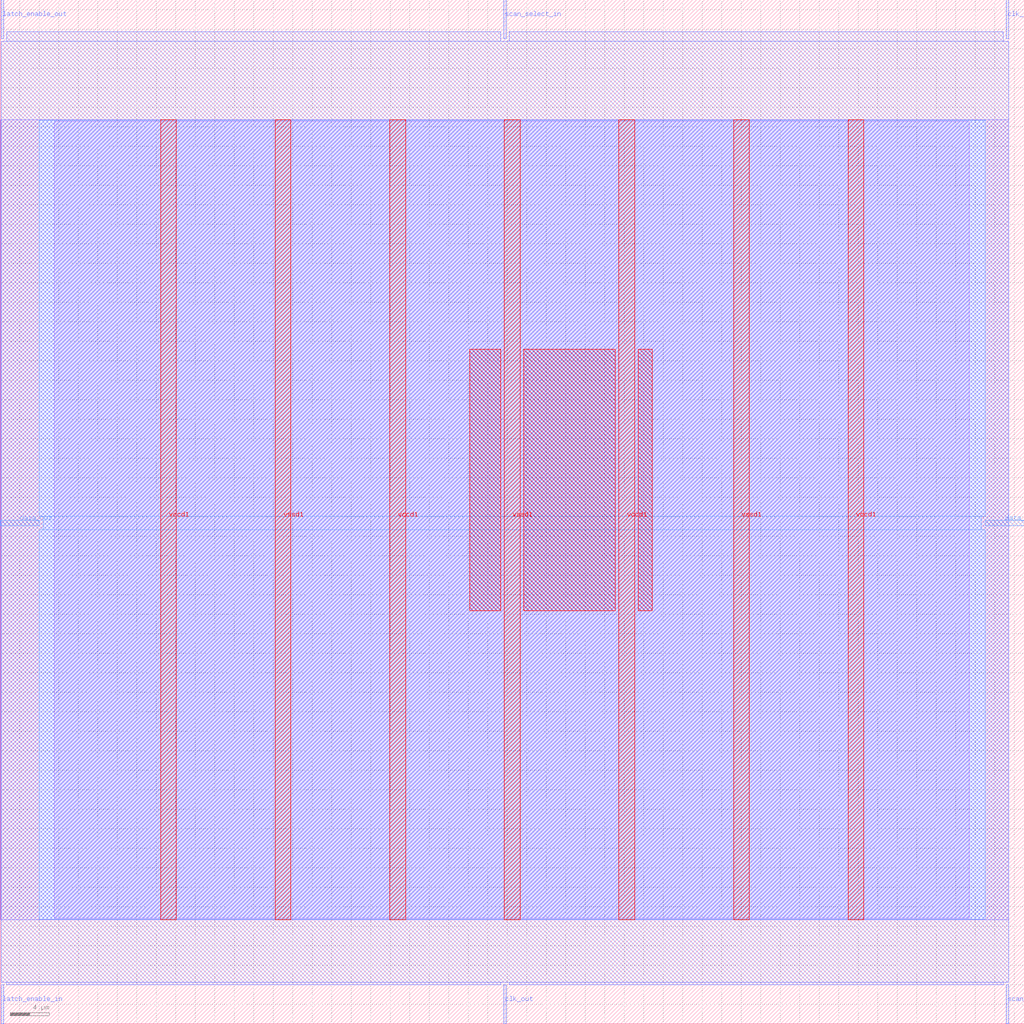
<source format=lef>
VERSION 5.7 ;
  NOWIREEXTENSIONATPIN ON ;
  DIVIDERCHAR "/" ;
  BUSBITCHARS "[]" ;
MACRO scan_wrapper_341259651269001812
  CLASS BLOCK ;
  FOREIGN scan_wrapper_341259651269001812 ;
  ORIGIN 0.000 0.000 ;
  SIZE 105.000 BY 105.000 ;
  PIN clk_in
    DIRECTION INPUT ;
    USE SIGNAL ;
    PORT
      LAYER met2 ;
        RECT 103.130 101.000 103.410 105.000 ;
    END
  END clk_in
  PIN clk_out
    DIRECTION OUTPUT TRISTATE ;
    USE SIGNAL ;
    PORT
      LAYER met2 ;
        RECT 51.610 0.000 51.890 4.000 ;
    END
  END clk_out
  PIN data_in
    DIRECTION INPUT ;
    USE SIGNAL ;
    PORT
      LAYER met3 ;
        RECT 101.000 51.040 105.000 51.640 ;
    END
  END data_in
  PIN data_out
    DIRECTION OUTPUT TRISTATE ;
    USE SIGNAL ;
    PORT
      LAYER met3 ;
        RECT 0.000 51.040 4.000 51.640 ;
    END
  END data_out
  PIN latch_enable_in
    DIRECTION INPUT ;
    USE SIGNAL ;
    PORT
      LAYER met2 ;
        RECT 0.090 0.000 0.370 4.000 ;
    END
  END latch_enable_in
  PIN latch_enable_out
    DIRECTION OUTPUT TRISTATE ;
    USE SIGNAL ;
    PORT
      LAYER met2 ;
        RECT 0.090 101.000 0.370 105.000 ;
    END
  END latch_enable_out
  PIN scan_select_in
    DIRECTION INPUT ;
    USE SIGNAL ;
    PORT
      LAYER met2 ;
        RECT 51.610 101.000 51.890 105.000 ;
    END
  END scan_select_in
  PIN scan_select_out
    DIRECTION OUTPUT TRISTATE ;
    USE SIGNAL ;
    PORT
      LAYER met2 ;
        RECT 103.130 0.000 103.410 4.000 ;
    END
  END scan_select_out
  PIN vccd1
    DIRECTION INOUT ;
    USE POWER ;
    PORT
      LAYER met4 ;
        RECT 16.465 10.640 18.065 92.720 ;
    END
    PORT
      LAYER met4 ;
        RECT 39.955 10.640 41.555 92.720 ;
    END
    PORT
      LAYER met4 ;
        RECT 63.445 10.640 65.045 92.720 ;
    END
    PORT
      LAYER met4 ;
        RECT 86.935 10.640 88.535 92.720 ;
    END
  END vccd1
  PIN vssd1
    DIRECTION INOUT ;
    USE GROUND ;
    PORT
      LAYER met4 ;
        RECT 28.210 10.640 29.810 92.720 ;
    END
    PORT
      LAYER met4 ;
        RECT 51.700 10.640 53.300 92.720 ;
    END
    PORT
      LAYER met4 ;
        RECT 75.190 10.640 76.790 92.720 ;
    END
  END vssd1
  OBS
      LAYER li1 ;
        RECT 5.520 10.795 99.360 92.565 ;
      LAYER met1 ;
        RECT 0.070 10.640 103.430 92.720 ;
      LAYER met2 ;
        RECT 0.650 100.720 51.330 101.730 ;
        RECT 52.170 100.720 102.850 101.730 ;
        RECT 0.100 4.280 103.400 100.720 ;
        RECT 0.650 4.000 51.330 4.280 ;
        RECT 52.170 4.000 102.850 4.280 ;
      LAYER met3 ;
        RECT 4.000 52.040 101.000 92.645 ;
        RECT 4.400 50.640 100.600 52.040 ;
        RECT 4.000 10.715 101.000 50.640 ;
      LAYER met4 ;
        RECT 48.135 42.335 51.300 69.185 ;
        RECT 53.700 42.335 63.045 69.185 ;
        RECT 65.445 42.335 66.865 69.185 ;
  END
END scan_wrapper_341259651269001812
END LIBRARY


</source>
